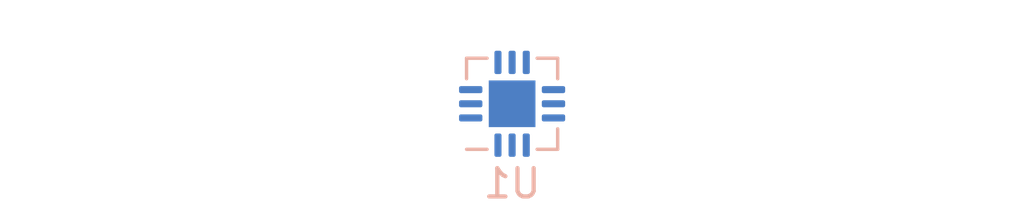
<source format=kicad_pcb>
(kicad_pcb (version 20171130) (host pcbnew 5.1.9-73d0e3b20d~88~ubuntu21.04.1)

  (general
    (thickness 1.6)
    (drawings 0)
    (tracks 0)
    (zones 0)
    (modules 1)
    (nets 1)
  )

  (page A4)
  (layers
    (0 F.Cu signal)
    (31 B.Cu signal)
    (32 B.Adhes user)
    (33 F.Adhes user)
    (34 B.Paste user)
    (35 F.Paste user)
    (36 B.SilkS user)
    (37 F.SilkS user)
    (38 B.Mask user)
    (39 F.Mask user)
    (40 Dwgs.User user)
    (41 Cmts.User user)
    (42 Eco1.User user)
    (43 Eco2.User user)
    (44 Edge.Cuts user)
    (45 Margin user)
    (46 B.CrtYd user)
    (47 F.CrtYd user)
    (48 B.Fab user)
    (49 F.Fab user)
  )

  (setup
    (last_trace_width 0.25)
    (trace_clearance 0.2)
    (zone_clearance 0.508)
    (zone_45_only no)
    (trace_min 0.2)
    (via_size 0.8)
    (via_drill 0.4)
    (via_min_size 0.4)
    (via_min_drill 0.3)
    (uvia_size 0.3)
    (uvia_drill 0.1)
    (uvias_allowed no)
    (uvia_min_size 0.2)
    (uvia_min_drill 0.1)
    (edge_width 0.1)
    (segment_width 0.2)
    (pcb_text_width 0.3)
    (pcb_text_size 1.5 1.5)
    (mod_edge_width 0.15)
    (mod_text_size 1 1)
    (mod_text_width 0.15)
    (pad_size 1.524 1.524)
    (pad_drill 0.762)
    (pad_to_mask_clearance 0)
    (aux_axis_origin 97.0026 97.0026)
    (visible_elements FFFFFF7F)
    (pcbplotparams
      (layerselection 0x010fc_ffffffff)
      (usegerberextensions false)
      (usegerberattributes true)
      (usegerberadvancedattributes true)
      (creategerberjobfile true)
      (excludeedgelayer true)
      (linewidth 0.100000)
      (plotframeref false)
      (viasonmask false)
      (mode 1)
      (useauxorigin false)
      (hpglpennumber 1)
      (hpglpenspeed 20)
      (hpglpendiameter 15.000000)
      (psnegative false)
      (psa4output false)
      (plotreference true)
      (plotvalue true)
      (plotinvisibletext false)
      (padsonsilk false)
      (subtractmaskfromsilk false)
      (outputformat 1)
      (mirror false)
      (drillshape 1)
      (scaleselection 1)
      (outputdirectory ""))
  )

  (net 0 "")

  (net_class Default "This is the default net class."
    (clearance 0.2)
    (trace_width 0.25)
    (via_dia 0.8)
    (via_drill 0.4)
    (uvia_dia 0.3)
    (uvia_drill 0.1)
  )

  (module Package_DFN_QFN:QFN-12-1EP_3x3mm_P0.5mm_EP1.65x1.65mm (layer B.Cu) (tedit 5DC5F6A3) (tstamp 601B53A7)
    (at 100 100)
    (descr "QFN, 12 Pin (http://www.analog.com/media/en/package-pcb-resources/package/pkg_pdf/ltc-legacy-qfn/QFN_12_%2005-08-1855.pdf), generated with kicad-footprint-generator ipc_noLead_generator.py")
    (tags "QFN NoLead")
    (attr smd)
    (fp_text reference U1 (at 0 2.82) (layer B.SilkS)
      (effects (font (size 1 1) (thickness 0.15)) (justify mirror))
    )
    (fp_text value QFN-12-1EP_3x3mm_P0.5mm_EP1.65x1.65mm (at 0 -2.82) (layer B.Fab)
      (effects (font (size 1 1) (thickness 0.15)) (justify mirror))
    )
    (fp_line (start 0.885 1.61) (end 1.61 1.61) (layer B.SilkS) (width 0.12))
    (fp_line (start 1.61 1.61) (end 1.61 0.885) (layer B.SilkS) (width 0.12))
    (fp_line (start -0.885 -1.61) (end -1.61 -1.61) (layer B.SilkS) (width 0.12))
    (fp_line (start -1.61 -1.61) (end -1.61 -0.885) (layer B.SilkS) (width 0.12))
    (fp_line (start 0.885 -1.61) (end 1.61 -1.61) (layer B.SilkS) (width 0.12))
    (fp_line (start 1.61 -1.61) (end 1.61 -0.885) (layer B.SilkS) (width 0.12))
    (fp_line (start -0.885 1.61) (end -1.61 1.61) (layer B.SilkS) (width 0.12))
    (fp_line (start -0.75 1.5) (end 1.5 1.5) (layer B.Fab) (width 0.1))
    (fp_line (start 1.5 1.5) (end 1.5 -1.5) (layer B.Fab) (width 0.1))
    (fp_line (start 1.5 -1.5) (end -1.5 -1.5) (layer B.Fab) (width 0.1))
    (fp_line (start -1.5 -1.5) (end -1.5 0.75) (layer B.Fab) (width 0.1))
    (fp_line (start -1.5 0.75) (end -0.75 1.5) (layer B.Fab) (width 0.1))
    (fp_line (start -2.12 2.12) (end -2.12 -2.12) (layer B.CrtYd) (width 0.05))
    (fp_line (start -2.12 -2.12) (end 2.12 -2.12) (layer B.CrtYd) (width 0.05))
    (fp_line (start 2.12 -2.12) (end 2.12 2.12) (layer B.CrtYd) (width 0.05))
    (fp_line (start 2.12 2.12) (end -2.12 2.12) (layer B.CrtYd) (width 0.05))
    (fp_text user %R (at 0 0) (layer B.Fab)
      (effects (font (size 0.75 0.75) (thickness 0.11)) (justify mirror))
    )
    (pad "" smd roundrect (at 0.41 -0.41) (size 0.67 0.67) (layers B.Paste) (roundrect_rratio 0.25))
    (pad "" smd roundrect (at 0.41 0.41) (size 0.67 0.67) (layers B.Paste) (roundrect_rratio 0.25))
    (pad "" smd roundrect (at -0.41 -0.41) (size 0.67 0.67) (layers B.Paste) (roundrect_rratio 0.25))
    (pad "" smd roundrect (at -0.41 0.41) (size 0.67 0.67) (layers B.Paste) (roundrect_rratio 0.25))
    (pad 13 smd rect (at 0 0) (size 1.65 1.65) (layers B.Cu B.Mask))
    (pad 12 smd roundrect (at -0.5 1.4625) (size 0.25 0.825) (layers B.Cu B.Paste B.Mask) (roundrect_rratio 0.25))
    (pad 11 smd roundrect (at 0 1.4625) (size 0.25 0.825) (layers B.Cu B.Paste B.Mask) (roundrect_rratio 0.25))
    (pad 10 smd roundrect (at 0.5 1.4625) (size 0.25 0.825) (layers B.Cu B.Paste B.Mask) (roundrect_rratio 0.25))
    (pad 9 smd roundrect (at 1.4625 0.5) (size 0.825 0.25) (layers B.Cu B.Paste B.Mask) (roundrect_rratio 0.25))
    (pad 8 smd roundrect (at 1.4625 0) (size 0.825 0.25) (layers B.Cu B.Paste B.Mask) (roundrect_rratio 0.25))
    (pad 7 smd roundrect (at 1.4625 -0.5) (size 0.825 0.25) (layers B.Cu B.Paste B.Mask) (roundrect_rratio 0.25))
    (pad 6 smd roundrect (at 0.5 -1.4625) (size 0.25 0.825) (layers B.Cu B.Paste B.Mask) (roundrect_rratio 0.25))
    (pad 5 smd roundrect (at 0 -1.4625) (size 0.25 0.825) (layers B.Cu B.Paste B.Mask) (roundrect_rratio 0.25))
    (pad 4 smd roundrect (at -0.5 -1.4625) (size 0.25 0.825) (layers B.Cu B.Paste B.Mask) (roundrect_rratio 0.25))
    (pad 3 smd roundrect (at -1.4625 -0.5) (size 0.825 0.25) (layers B.Cu B.Paste B.Mask) (roundrect_rratio 0.25))
    (pad 2 smd roundrect (at -1.4625 0) (size 0.825 0.25) (layers B.Cu B.Paste B.Mask) (roundrect_rratio 0.25))
    (pad 1 smd roundrect (at -1.4625 0.5) (size 0.825 0.25) (layers B.Cu B.Paste B.Mask) (roundrect_rratio 0.25))
    (model ${KISYS3DMOD}/Package_DFN_QFN.3dshapes/QFN-12-1EP_3x3mm_P0.5mm_EP1.65x1.65mm.wrl
      (at (xyz 0 0 0))
      (scale (xyz 1 1 1))
      (rotate (xyz 0 0 0))
    )
  )

)

</source>
